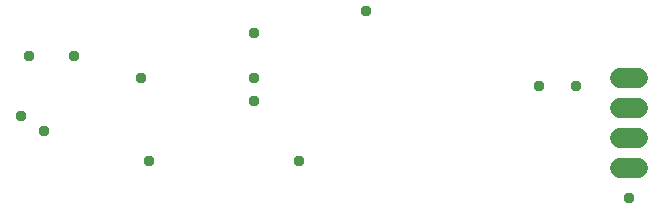
<source format=gbr>
G04 EAGLE Gerber RS-274X export*
G75*
%MOMM*%
%FSLAX34Y34*%
%LPD*%
%INSoldermask Bottom*%
%IPPOS*%
%AMOC8*
5,1,8,0,0,1.08239X$1,22.5*%
G01*
%ADD10C,1.727200*%
%ADD11C,0.959600*%


D10*
X617220Y76200D02*
X601980Y76200D01*
X601980Y101600D02*
X617220Y101600D01*
X617220Y127000D02*
X601980Y127000D01*
X601980Y152400D02*
X617220Y152400D01*
D11*
X292100Y190500D03*
X292100Y152400D03*
X330200Y82550D03*
X114300Y107950D03*
X95250Y120650D03*
X139700Y170970D03*
X101600Y171450D03*
X203200Y82550D03*
X196370Y152400D03*
X292100Y133350D03*
X609600Y50800D03*
X387350Y209550D03*
X533400Y146050D03*
X565150Y146050D03*
M02*

</source>
